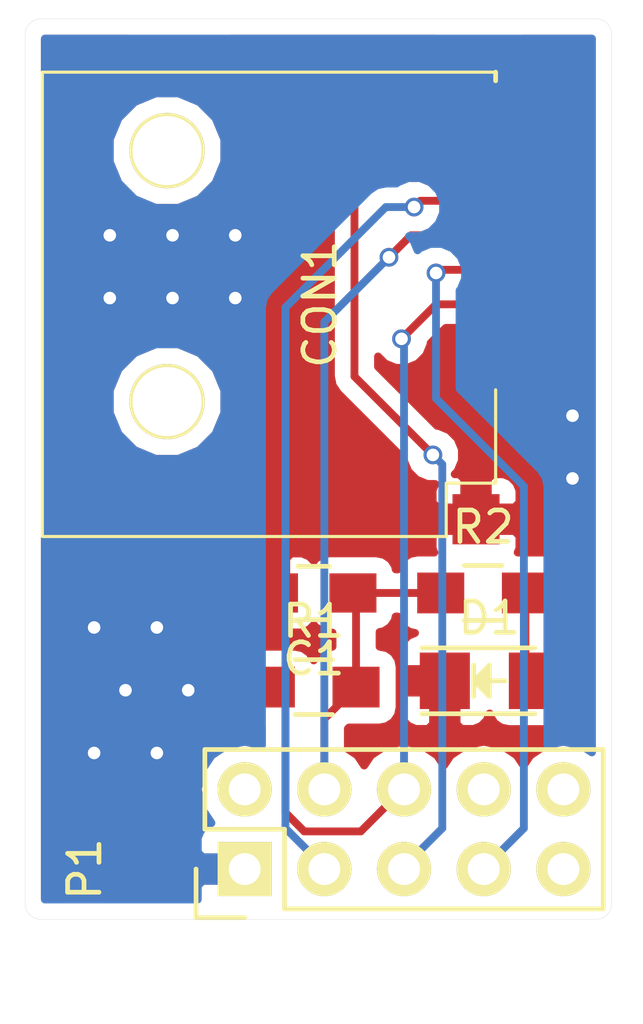
<source format=kicad_pcb>
(kicad_pcb (version 4) (host pcbnew 4.0.1-stable)

  (general
    (links 31)
    (no_connects 0)
    (area 134.794999 81.094999 153.505001 109.805001)
    (thickness 1.6)
    (drawings 8)
    (tracks 51)
    (zones 0)
    (modules 20)
    (nets 8)
  )

  (page A4)
  (layers
    (0 F.Cu signal)
    (31 B.Cu signal)
    (32 B.Adhes user)
    (33 F.Adhes user)
    (34 B.Paste user)
    (35 F.Paste user)
    (36 B.SilkS user)
    (37 F.SilkS user)
    (38 B.Mask user)
    (39 F.Mask user)
    (40 Dwgs.User user)
    (41 Cmts.User user)
    (42 Eco1.User user)
    (43 Eco2.User user)
    (44 Edge.Cuts user)
    (45 Margin user)
    (46 B.CrtYd user)
    (47 F.CrtYd user)
    (48 B.Fab user)
    (49 F.Fab user)
  )

  (setup
    (last_trace_width 0.25)
    (trace_clearance 0.2)
    (zone_clearance 0.5)
    (zone_45_only no)
    (trace_min 0.2)
    (segment_width 0.2)
    (edge_width 0.01)
    (via_size 0.6)
    (via_drill 0.4)
    (via_min_size 0.4)
    (via_min_drill 0.3)
    (uvia_size 0.3)
    (uvia_drill 0.1)
    (uvias_allowed no)
    (uvia_min_size 0.2)
    (uvia_min_drill 0.1)
    (pcb_text_width 0.3)
    (pcb_text_size 1.5 1.5)
    (mod_edge_width 0.15)
    (mod_text_size 1 1)
    (mod_text_width 0.15)
    (pad_size 0.6 0.6)
    (pad_drill 0.4)
    (pad_to_mask_clearance 0.2)
    (aux_axis_origin 0 0)
    (visible_elements 7FFFFFFF)
    (pcbplotparams
      (layerselection 0x00030_80000001)
      (usegerberextensions false)
      (excludeedgelayer true)
      (linewidth 0.100000)
      (plotframeref false)
      (viasonmask false)
      (mode 1)
      (useauxorigin false)
      (hpglpennumber 1)
      (hpglpenspeed 20)
      (hpglpendiameter 15)
      (hpglpenoverlay 2)
      (psnegative false)
      (psa4output false)
      (plotreference true)
      (plotvalue true)
      (plotinvisibletext false)
      (padsonsilk false)
      (subtractmaskfromsilk false)
      (outputformat 1)
      (mirror false)
      (drillshape 1)
      (scaleselection 1)
      (outputdirectory ""))
  )

  (net 0 "")
  (net 1 +3V3)
  (net 2 GND)
  (net 3 /SPI-CS)
  (net 4 /SPI-MOSI)
  (net 5 /SPI-SCK)
  (net 6 /SPI-MISO)
  (net 7 "Net-(D1-Pad2)")

  (net_class Default "This is the default net class."
    (clearance 0.2)
    (trace_width 0.25)
    (via_dia 0.6)
    (via_drill 0.4)
    (uvia_dia 0.3)
    (uvia_drill 0.1)
    (add_net +3V3)
    (add_net /SPI-CS)
    (add_net /SPI-MISO)
    (add_net /SPI-MOSI)
    (add_net /SPI-SCK)
    (add_net GND)
    (add_net "Net-(D1-Pad2)")
  )

  (module ReST-Library:VIA-0.6mm (layer F.Cu) (tedit 56DB6204) (tstamp 56DB65FA)
    (at 152.25 95.75)
    (fp_text reference 113 (at 0 3.5) (layer F.SilkS) hide
      (effects (font (size 1 1) (thickness 0.15)))
    )
    (fp_text value VIA-0.6mm (at 0 -3) (layer F.Fab) hide
      (effects (font (size 1 1) (thickness 0.15)))
    )
    (pad 1 thru_hole circle (at 0 0) (size 0.6 0.6) (drill 0.4) (layers *.Cu)
      (net 2 GND) (zone_connect 2))
  )

  (module ReST-Library:VIA-0.6mm (layer F.Cu) (tedit 56DB6204) (tstamp 56DB65ED)
    (at 152.25 93.75)
    (fp_text reference 111 (at 0 3.5) (layer F.SilkS) hide
      (effects (font (size 1 1) (thickness 0.15)))
    )
    (fp_text value VIA-0.6mm (at 0 -3) (layer F.Fab) hide
      (effects (font (size 1 1) (thickness 0.15)))
    )
    (pad 1 thru_hole circle (at 0 0) (size 0.6 0.6) (drill 0.4) (layers *.Cu)
      (net 2 GND) (zone_connect 2))
  )

  (module ReST-Library:VIA-0.6mm (layer F.Cu) (tedit 56DB6204) (tstamp 56DB65D4)
    (at 141.5 90)
    (fp_text reference 1132 (at 0 3.5) (layer F.SilkS) hide
      (effects (font (size 1 1) (thickness 0.15)))
    )
    (fp_text value VIA-0.6mm (at 0 -3) (layer F.Fab) hide
      (effects (font (size 1 1) (thickness 0.15)))
    )
    (pad 1 thru_hole circle (at 0 0) (size 0.6 0.6) (drill 0.4) (layers *.Cu)
      (net 2 GND) (zone_connect 2))
  )

  (module ReST-Library:VIA-0.6mm (layer F.Cu) (tedit 56DB6204) (tstamp 56DB65D0)
    (at 139.5 90)
    (fp_text reference 1122 (at 0 3.5) (layer F.SilkS) hide
      (effects (font (size 1 1) (thickness 0.15)))
    )
    (fp_text value VIA-0.6mm (at 0 -3) (layer F.Fab) hide
      (effects (font (size 1 1) (thickness 0.15)))
    )
    (pad 1 thru_hole circle (at 0 0) (size 0.6 0.6) (drill 0.4) (layers *.Cu)
      (net 2 GND) (zone_connect 2))
  )

  (module ReST-Library:VIA-0.6mm (layer F.Cu) (tedit 56DB6204) (tstamp 56DB65CC)
    (at 137.5 90)
    (fp_text reference 1112 (at 0 3.5) (layer F.SilkS) hide
      (effects (font (size 1 1) (thickness 0.15)))
    )
    (fp_text value VIA-0.6mm (at 0 -3) (layer F.Fab) hide
      (effects (font (size 1 1) (thickness 0.15)))
    )
    (pad 1 thru_hole circle (at 0 0) (size 0.6 0.6) (drill 0.4) (layers *.Cu)
      (net 2 GND) (zone_connect 2))
  )

  (module ReST-Library:VIA-0.6mm (layer F.Cu) (tedit 56DB6204) (tstamp 56DB65C8)
    (at 141.5 88)
    (fp_text reference 1131 (at 0 3.5) (layer F.SilkS) hide
      (effects (font (size 1 1) (thickness 0.15)))
    )
    (fp_text value VIA-0.6mm (at 0 -3) (layer F.Fab) hide
      (effects (font (size 1 1) (thickness 0.15)))
    )
    (pad 1 thru_hole circle (at 0 0) (size 0.6 0.6) (drill 0.4) (layers *.Cu)
      (net 2 GND) (zone_connect 2))
  )

  (module ReST-Library:VIA-0.6mm (layer F.Cu) (tedit 56DB6204) (tstamp 56DB65C4)
    (at 139.5 88)
    (fp_text reference 1121 (at 0 3.5) (layer F.SilkS) hide
      (effects (font (size 1 1) (thickness 0.15)))
    )
    (fp_text value VIA-0.6mm (at 0 -3) (layer F.Fab) hide
      (effects (font (size 1 1) (thickness 0.15)))
    )
    (pad 1 thru_hole circle (at 0 0) (size 0.6 0.6) (drill 0.4) (layers *.Cu)
      (net 2 GND) (zone_connect 2))
  )

  (module ReST-Library:VIA-0.6mm (layer F.Cu) (tedit 56DB6204) (tstamp 56DB65AB)
    (at 137.5 88)
    (fp_text reference 1111 (at 0 3.5) (layer F.SilkS) hide
      (effects (font (size 1 1) (thickness 0.15)))
    )
    (fp_text value VIA-0.6mm (at 0 -3) (layer F.Fab) hide
      (effects (font (size 1 1) (thickness 0.15)))
    )
    (pad 1 thru_hole circle (at 0 0) (size 0.6 0.6) (drill 0.4) (layers *.Cu)
      (net 2 GND) (zone_connect 2))
  )

  (module ReST-Library:VIA-0.6mm (layer F.Cu) (tedit 56DB6204) (tstamp 56DB65A3)
    (at 139 104.5)
    (fp_text reference 35 (at 0 3.5) (layer F.SilkS) hide
      (effects (font (size 1 1) (thickness 0.15)))
    )
    (fp_text value VIA-0.6mm (at 0 -3) (layer F.Fab) hide
      (effects (font (size 1 1) (thickness 0.15)))
    )
    (pad 1 thru_hole circle (at 0 0) (size 0.6 0.6) (drill 0.4) (layers *.Cu)
      (net 2 GND) (zone_connect 2))
  )

  (module ReST-Library:VIA-0.6mm (layer F.Cu) (tedit 56DB6204) (tstamp 56DB659B)
    (at 137 104.5)
    (fp_text reference 15 (at 0 3.5) (layer F.SilkS) hide
      (effects (font (size 1 1) (thickness 0.15)))
    )
    (fp_text value VIA-0.6mm (at 0 -3) (layer F.Fab) hide
      (effects (font (size 1 1) (thickness 0.15)))
    )
    (pad 1 thru_hole circle (at 0 0) (size 0.6 0.6) (drill 0.4) (layers *.Cu)
      (net 2 GND) (zone_connect 2))
  )

  (module ReST-Library:VIA-0.6mm (layer F.Cu) (tedit 56DB6204) (tstamp 56DB6587)
    (at 140 102.5)
    (fp_text reference 43 (at 0 3.5) (layer F.SilkS) hide
      (effects (font (size 1 1) (thickness 0.15)))
    )
    (fp_text value VIA-0.6mm (at 0 -3) (layer F.Fab) hide
      (effects (font (size 1 1) (thickness 0.15)))
    )
    (pad 1 thru_hole circle (at 0 0) (size 0.6 0.6) (drill 0.4) (layers *.Cu)
      (net 2 GND) (zone_connect 2))
  )

  (module ReST-Library:VIA-0.6mm (layer F.Cu) (tedit 56DB6204) (tstamp 56DB657F)
    (at 138 102.5)
    (fp_text reference 23 (at 0 3.5) (layer F.SilkS) hide
      (effects (font (size 1 1) (thickness 0.15)))
    )
    (fp_text value VIA-0.6mm (at 0 -3) (layer F.Fab) hide
      (effects (font (size 1 1) (thickness 0.15)))
    )
    (pad 1 thru_hole circle (at 0 0) (size 0.6 0.6) (drill 0.4) (layers *.Cu)
      (net 2 GND) (zone_connect 2))
  )

  (module ReST-Library:VIA-0.6mm (layer F.Cu) (tedit 56DB6204) (tstamp 56DB6563)
    (at 139 100.5)
    (fp_text reference 31 (at 0 3.5) (layer F.SilkS) hide
      (effects (font (size 1 1) (thickness 0.15)))
    )
    (fp_text value VIA-0.6mm (at 0 -3) (layer F.Fab) hide
      (effects (font (size 1 1) (thickness 0.15)))
    )
    (pad 1 thru_hole circle (at 0 0) (size 0.6 0.6) (drill 0.4) (layers *.Cu)
      (net 2 GND) (zone_connect 2))
  )

  (module Capacitors_SMD:C_0805_HandSoldering (layer F.Cu) (tedit 541A9B8D) (tstamp 56D60DF0)
    (at 144 99.4 180)
    (descr "Capacitor SMD 0805, hand soldering")
    (tags "capacitor 0805")
    (path /56D3638B)
    (attr smd)
    (fp_text reference C1 (at 0 -2.1 180) (layer F.SilkS)
      (effects (font (size 1 1) (thickness 0.15)))
    )
    (fp_text value 100nF (at 0 2.1 180) (layer F.Fab)
      (effects (font (size 1 1) (thickness 0.15)))
    )
    (fp_line (start -2.3 -1) (end 2.3 -1) (layer F.CrtYd) (width 0.05))
    (fp_line (start -2.3 1) (end 2.3 1) (layer F.CrtYd) (width 0.05))
    (fp_line (start -2.3 -1) (end -2.3 1) (layer F.CrtYd) (width 0.05))
    (fp_line (start 2.3 -1) (end 2.3 1) (layer F.CrtYd) (width 0.05))
    (fp_line (start 0.5 -0.85) (end -0.5 -0.85) (layer F.SilkS) (width 0.15))
    (fp_line (start -0.5 0.85) (end 0.5 0.85) (layer F.SilkS) (width 0.15))
    (pad 1 smd rect (at -1.25 0 180) (size 1.5 1.25) (layers F.Cu F.Paste F.Mask)
      (net 1 +3V3))
    (pad 2 smd rect (at 1.25 0 180) (size 1.5 1.25) (layers F.Cu F.Paste F.Mask)
      (net 2 GND))
    (model Capacitors_SMD.3dshapes/C_0805_HandSoldering.wrl
      (at (xyz 0 0 0))
      (scale (xyz 1 1 1))
      (rotate (xyz 0 0 0))
    )
  )

  (module ReST-Library:uSD (layer F.Cu) (tedit 56D6026C) (tstamp 56D60E0A)
    (at 149.8 90.2 90)
    (path /56D60C27)
    (fp_text reference CON1 (at 0 -5.6 90) (layer F.SilkS)
      (effects (font (size 1 1) (thickness 0.15)))
    )
    (fp_text value uSD_Card (at 0 -7.225 90) (layer F.Fab)
      (effects (font (size 1 1) (thickness 0.15)))
    )
    (fp_line (start 7.4 0) (end 7.4 -14.45) (layer F.SilkS) (width 0.1))
    (fp_line (start -5.7 0) (end -5.7 -1.575) (layer F.SilkS) (width 0.1))
    (fp_line (start -5.7 -1.575) (end -7.4 -1.575) (layer F.SilkS) (width 0.1))
    (fp_line (start -7.4 -14.425) (end -7.4 -1.575) (layer F.SilkS) (width 0.1))
    (fp_line (start -5.7 0) (end -2.725 0) (layer F.SilkS) (width 0.1))
    (fp_line (start 7.4 -14.45) (end -7.4 -14.45) (layer F.SilkS) (width 0.1))
    (fp_line (start 7.4 0) (end 7.125 0) (layer F.SilkS) (width 0.15))
    (pad 10 smd rect (at -8 -10.075 90) (size 1 2) (layers F.Cu F.Paste F.Mask)
      (net 2 GND))
    (pad 1 smd rect (at -1.1 0.3 90) (size 0.7 1.35) (layers F.Cu F.Paste F.Mask))
    (pad 2 smd rect (at 0 0.3 90) (size 0.7 1.35) (layers F.Cu F.Paste F.Mask)
      (net 3 /SPI-CS))
    (pad 3 smd rect (at 1.1 0.3 90) (size 0.7 1.35) (layers F.Cu F.Paste F.Mask)
      (net 4 /SPI-MOSI))
    (pad 4 smd rect (at 2.2 0.3 90) (size 0.7 1.35) (layers F.Cu F.Paste F.Mask)
      (net 1 +3V3))
    (pad 5 smd rect (at 3.3 0.3 90) (size 0.7 1.35) (layers F.Cu F.Paste F.Mask)
      (net 5 /SPI-SCK))
    (pad 6 smd rect (at 4.4 0.3 90) (size 0.7 1.35) (layers F.Cu F.Paste F.Mask)
      (net 2 GND))
    (pad 7 smd rect (at 5.5 0.3 90) (size 0.7 1.35) (layers F.Cu F.Paste F.Mask)
      (net 6 /SPI-MISO))
    (pad 8 smd rect (at 6.6 0.3 90) (size 0.7 1.35) (layers F.Cu F.Paste F.Mask))
    (pad 9 smd rect (at -2.2 0.3 90) (size 0.7 1.35) (layers F.Cu F.Paste F.Mask))
    (pad 13 smd rect (at 8.025 -0.525 90) (size 1 1.5) (layers F.Cu F.Paste F.Mask)
      (net 2 GND))
    (pad 11 smd rect (at 8 -10.075 90) (size 1 2) (layers F.Cu F.Paste F.Mask)
      (net 2 GND))
    (pad 12 smd rect (at -6.85 -0.625 90) (size 1.6 1.5) (layers F.Cu F.Paste F.Mask)
      (net 2 GND))
    (pad HOLE thru_hole circle (at 4.9 -10.475 90) (size 2.4 2.4) (drill 2.2) (layers *.Cu *.Mask F.SilkS))
    (pad HOLE thru_hole circle (at -3.1 -10.475 90) (size 2.4 2.4) (drill 2.2) (layers *.Cu *.Mask F.SilkS))
  )

  (module LEDs:LED_1206 (layer F.Cu) (tedit 55BDE2E8) (tstamp 56D60E20)
    (at 149.6 102.2)
    (descr "LED 1206 smd package")
    (tags "LED1206 SMD")
    (path /56D5E515)
    (attr smd)
    (fp_text reference D1 (at 0 -2) (layer F.SilkS)
      (effects (font (size 1 1) (thickness 0.15)))
    )
    (fp_text value Led_Small (at 0 2) (layer F.Fab)
      (effects (font (size 1 1) (thickness 0.15)))
    )
    (fp_line (start -2.15 1.05) (end 1.45 1.05) (layer F.SilkS) (width 0.15))
    (fp_line (start -2.15 -1.05) (end 1.45 -1.05) (layer F.SilkS) (width 0.15))
    (fp_line (start -0.1 -0.3) (end -0.1 0.3) (layer F.SilkS) (width 0.15))
    (fp_line (start -0.1 0.3) (end -0.4 0) (layer F.SilkS) (width 0.15))
    (fp_line (start -0.4 0) (end -0.2 -0.2) (layer F.SilkS) (width 0.15))
    (fp_line (start -0.2 -0.2) (end -0.2 0.05) (layer F.SilkS) (width 0.15))
    (fp_line (start -0.2 0.05) (end -0.25 0) (layer F.SilkS) (width 0.15))
    (fp_line (start -0.5 -0.5) (end -0.5 0.5) (layer F.SilkS) (width 0.15))
    (fp_line (start 0 0) (end 0.5 0) (layer F.SilkS) (width 0.15))
    (fp_line (start -0.5 0) (end 0 -0.5) (layer F.SilkS) (width 0.15))
    (fp_line (start 0 -0.5) (end 0 0.5) (layer F.SilkS) (width 0.15))
    (fp_line (start 0 0.5) (end -0.5 0) (layer F.SilkS) (width 0.15))
    (fp_line (start 2.5 -1.25) (end -2.5 -1.25) (layer F.CrtYd) (width 0.05))
    (fp_line (start -2.5 -1.25) (end -2.5 1.25) (layer F.CrtYd) (width 0.05))
    (fp_line (start -2.5 1.25) (end 2.5 1.25) (layer F.CrtYd) (width 0.05))
    (fp_line (start 2.5 1.25) (end 2.5 -1.25) (layer F.CrtYd) (width 0.05))
    (pad 2 smd rect (at 1.41986 0 180) (size 1.59766 1.80086) (layers F.Cu F.Paste F.Mask)
      (net 7 "Net-(D1-Pad2)"))
    (pad 1 smd rect (at -1.41986 0 180) (size 1.59766 1.80086) (layers F.Cu F.Paste F.Mask)
      (net 2 GND))
    (model LEDs.3dshapes/LED_1206.wrl
      (at (xyz 0 0 0))
      (scale (xyz 1 1 1))
      (rotate (xyz 0 0 180))
    )
  )

  (module Pin_Headers:Pin_Header_Straight_2x05 (layer F.Cu) (tedit 0) (tstamp 56D60E3A)
    (at 141.8 108.2 90)
    (descr "Through hole pin header")
    (tags "pin header")
    (path /56D35E94)
    (fp_text reference P1 (at 0 -5.1 90) (layer F.SilkS)
      (effects (font (size 1 1) (thickness 0.15)))
    )
    (fp_text value CONN_02X05 (at 0 -3.1 90) (layer F.Fab)
      (effects (font (size 1 1) (thickness 0.15)))
    )
    (fp_line (start -1.75 -1.75) (end -1.75 11.95) (layer F.CrtYd) (width 0.05))
    (fp_line (start 4.3 -1.75) (end 4.3 11.95) (layer F.CrtYd) (width 0.05))
    (fp_line (start -1.75 -1.75) (end 4.3 -1.75) (layer F.CrtYd) (width 0.05))
    (fp_line (start -1.75 11.95) (end 4.3 11.95) (layer F.CrtYd) (width 0.05))
    (fp_line (start 3.81 -1.27) (end 3.81 11.43) (layer F.SilkS) (width 0.15))
    (fp_line (start 3.81 11.43) (end -1.27 11.43) (layer F.SilkS) (width 0.15))
    (fp_line (start -1.27 11.43) (end -1.27 1.27) (layer F.SilkS) (width 0.15))
    (fp_line (start 3.81 -1.27) (end 1.27 -1.27) (layer F.SilkS) (width 0.15))
    (fp_line (start 0 -1.55) (end -1.55 -1.55) (layer F.SilkS) (width 0.15))
    (fp_line (start 1.27 -1.27) (end 1.27 1.27) (layer F.SilkS) (width 0.15))
    (fp_line (start 1.27 1.27) (end -1.27 1.27) (layer F.SilkS) (width 0.15))
    (fp_line (start -1.55 -1.55) (end -1.55 0) (layer F.SilkS) (width 0.15))
    (pad 1 thru_hole rect (at 0 0 90) (size 1.7272 1.7272) (drill 1.016) (layers *.Cu *.Mask F.SilkS)
      (net 2 GND))
    (pad 2 thru_hole oval (at 2.54 0 90) (size 1.7272 1.7272) (drill 1.016) (layers *.Cu *.Mask F.SilkS))
    (pad 3 thru_hole oval (at 0 2.54 90) (size 1.7272 1.7272) (drill 1.016) (layers *.Cu *.Mask F.SilkS)
      (net 5 /SPI-SCK))
    (pad 4 thru_hole oval (at 2.54 2.54 90) (size 1.7272 1.7272) (drill 1.016) (layers *.Cu *.Mask F.SilkS)
      (net 1 +3V3))
    (pad 5 thru_hole oval (at 0 5.08 90) (size 1.7272 1.7272) (drill 1.016) (layers *.Cu *.Mask F.SilkS)
      (net 6 /SPI-MISO))
    (pad 6 thru_hole oval (at 2.54 5.08 90) (size 1.7272 1.7272) (drill 1.016) (layers *.Cu *.Mask F.SilkS)
      (net 3 /SPI-CS))
    (pad 7 thru_hole oval (at 0 7.62 90) (size 1.7272 1.7272) (drill 1.016) (layers *.Cu *.Mask F.SilkS)
      (net 4 /SPI-MOSI))
    (pad 8 thru_hole oval (at 2.54 7.62 90) (size 1.7272 1.7272) (drill 1.016) (layers *.Cu *.Mask F.SilkS))
    (pad 9 thru_hole oval (at 0 10.16 90) (size 1.7272 1.7272) (drill 1.016) (layers *.Cu *.Mask F.SilkS))
    (pad 10 thru_hole oval (at 2.54 10.16 90) (size 1.7272 1.7272) (drill 1.016) (layers *.Cu *.Mask F.SilkS))
    (model Pin_Headers.3dshapes/Pin_Header_Straight_2x05.wrl
      (at (xyz 0.05 -0.2 0))
      (scale (xyz 1 1 1))
      (rotate (xyz 0 0 90))
    )
  )

  (module Resistors_SMD:R_0805_HandSoldering (layer F.Cu) (tedit 54189DEE) (tstamp 56D60E46)
    (at 144 102.4)
    (descr "Resistor SMD 0805, hand soldering")
    (tags "resistor 0805")
    (path /56D369D2)
    (attr smd)
    (fp_text reference R1 (at 0 -2.1) (layer F.SilkS)
      (effects (font (size 1 1) (thickness 0.15)))
    )
    (fp_text value 10K (at 0 2.1) (layer F.Fab)
      (effects (font (size 1 1) (thickness 0.15)))
    )
    (fp_line (start -2.4 -1) (end 2.4 -1) (layer F.CrtYd) (width 0.05))
    (fp_line (start -2.4 1) (end 2.4 1) (layer F.CrtYd) (width 0.05))
    (fp_line (start -2.4 -1) (end -2.4 1) (layer F.CrtYd) (width 0.05))
    (fp_line (start 2.4 -1) (end 2.4 1) (layer F.CrtYd) (width 0.05))
    (fp_line (start 0.6 0.875) (end -0.6 0.875) (layer F.SilkS) (width 0.15))
    (fp_line (start -0.6 -0.875) (end 0.6 -0.875) (layer F.SilkS) (width 0.15))
    (pad 1 smd rect (at -1.35 0) (size 1.5 1.3) (layers F.Cu F.Paste F.Mask)
      (net 3 /SPI-CS))
    (pad 2 smd rect (at 1.35 0) (size 1.5 1.3) (layers F.Cu F.Paste F.Mask)
      (net 1 +3V3))
    (model Resistors_SMD.3dshapes/R_0805_HandSoldering.wrl
      (at (xyz 0 0 0))
      (scale (xyz 1 1 1))
      (rotate (xyz 0 0 0))
    )
  )

  (module Resistors_SMD:R_0805_HandSoldering (layer F.Cu) (tedit 54189DEE) (tstamp 56D60E52)
    (at 149.4 99.4)
    (descr "Resistor SMD 0805, hand soldering")
    (tags "resistor 0805")
    (path /56D5E568)
    (attr smd)
    (fp_text reference R2 (at 0 -2.1) (layer F.SilkS)
      (effects (font (size 1 1) (thickness 0.15)))
    )
    (fp_text value 150R (at 0 2.1) (layer F.Fab)
      (effects (font (size 1 1) (thickness 0.15)))
    )
    (fp_line (start -2.4 -1) (end 2.4 -1) (layer F.CrtYd) (width 0.05))
    (fp_line (start -2.4 1) (end 2.4 1) (layer F.CrtYd) (width 0.05))
    (fp_line (start -2.4 -1) (end -2.4 1) (layer F.CrtYd) (width 0.05))
    (fp_line (start 2.4 -1) (end 2.4 1) (layer F.CrtYd) (width 0.05))
    (fp_line (start 0.6 0.875) (end -0.6 0.875) (layer F.SilkS) (width 0.15))
    (fp_line (start -0.6 -0.875) (end 0.6 -0.875) (layer F.SilkS) (width 0.15))
    (pad 1 smd rect (at -1.35 0) (size 1.5 1.3) (layers F.Cu F.Paste F.Mask)
      (net 1 +3V3))
    (pad 2 smd rect (at 1.35 0) (size 1.5 1.3) (layers F.Cu F.Paste F.Mask)
      (net 7 "Net-(D1-Pad2)"))
    (model Resistors_SMD.3dshapes/R_0805_HandSoldering.wrl
      (at (xyz 0 0 0))
      (scale (xyz 1 1 1))
      (rotate (xyz 0 0 0))
    )
  )

  (module ReST-Library:VIA-0.6mm (layer F.Cu) (tedit 56DB6204) (tstamp 56DB653B)
    (at 137 100.5)
    (fp_text reference 11 (at 0 3.5) (layer F.SilkS) hide
      (effects (font (size 1 1) (thickness 0.15)))
    )
    (fp_text value VIA-0.6mm (at 0 -3) (layer F.Fab) hide
      (effects (font (size 1 1) (thickness 0.15)))
    )
    (pad 1 thru_hole circle (at 0 0) (size 0.6 0.6) (drill 0.4) (layers *.Cu)
      (net 2 GND) (zone_connect 2))
  )

  (gr_arc (start 135.3 109.3) (end 135.3 109.8) (angle 90) (layer Edge.Cuts) (width 0.01))
  (gr_arc (start 153 109.3) (end 153.5 109.3) (angle 90) (layer Edge.Cuts) (width 0.01))
  (gr_arc (start 153 81.6) (end 153 81.1) (angle 90) (layer Edge.Cuts) (width 0.01))
  (gr_arc (start 135.3 81.6) (end 134.8 81.6) (angle 90) (layer Edge.Cuts) (width 0.01))
  (gr_line (start 134.8 109.3) (end 134.8 81.6) (angle 90) (layer Edge.Cuts) (width 0.01))
  (gr_line (start 153 109.8) (end 135.3 109.8) (angle 90) (layer Edge.Cuts) (width 0.01))
  (gr_line (start 153.5 81.6) (end 153.5 109.3) (angle 90) (layer Edge.Cuts) (width 0.01))
  (gr_line (start 135.3 81.1) (end 153 81.1) (angle 90) (layer Edge.Cuts) (width 0.01))

  (segment (start 144.34 105.66) (end 144.34 90.76) (width 0.25) (layer B.Cu) (net 1))
  (segment (start 147.1 88) (end 150.1 88) (width 0.25) (layer F.Cu) (net 1) (tstamp 56D612DD))
  (segment (start 146.4 88.7) (end 147.1 88) (width 0.25) (layer F.Cu) (net 1) (tstamp 56D612DC))
  (via (at 146.4 88.7) (size 0.6) (drill 0.4) (layers F.Cu B.Cu) (net 1))
  (segment (start 144.34 90.76) (end 146.4 88.7) (width 0.25) (layer B.Cu) (net 1) (tstamp 56D612D9))
  (segment (start 145.25 99.4) (end 148.05 99.4) (width 0.25) (layer F.Cu) (net 1))
  (segment (start 145.35 102.4) (end 145.35 99.5) (width 0.25) (layer F.Cu) (net 1))
  (segment (start 145.35 99.5) (end 145.25 99.4) (width 0.25) (layer F.Cu) (net 1) (tstamp 56D61292))
  (segment (start 144.34 105.66) (end 144.34 103.41) (width 0.25) (layer F.Cu) (net 1))
  (segment (start 144.34 103.41) (end 145.35 102.4) (width 0.25) (layer F.Cu) (net 1) (tstamp 56D6128E))
  (segment (start 146.88 105.66) (end 146.88 91.38) (width 0.25) (layer B.Cu) (net 3))
  (segment (start 147.9 90.2) (end 150.1 90.2) (width 0.25) (layer F.Cu) (net 3) (tstamp 56D612BC))
  (segment (start 146.8 91.3) (end 147.9 90.2) (width 0.25) (layer F.Cu) (net 3) (tstamp 56D612BB))
  (via (at 146.8 91.3) (size 0.6) (drill 0.4) (layers F.Cu B.Cu) (net 3))
  (segment (start 146.88 91.38) (end 146.8 91.3) (width 0.25) (layer B.Cu) (net 3) (tstamp 56D612B9))
  (segment (start 146.88 105.66) (end 146.84 105.66) (width 0.25) (layer F.Cu) (net 3))
  (segment (start 146.84 105.66) (end 145.5 107) (width 0.25) (layer F.Cu) (net 3) (tstamp 56D612A4))
  (segment (start 145.5 107) (end 143.7 107) (width 0.25) (layer F.Cu) (net 3) (tstamp 56D612A5))
  (segment (start 143.7 107) (end 143.1 106.4) (width 0.25) (layer F.Cu) (net 3) (tstamp 56D612A7))
  (segment (start 143.1 106.4) (end 143.1 102.85) (width 0.25) (layer F.Cu) (net 3) (tstamp 56D612A8))
  (segment (start 143.1 102.85) (end 142.65 102.4) (width 0.25) (layer F.Cu) (net 3) (tstamp 56D612A9))
  (segment (start 149.42 108.2) (end 149.42 108.18) (width 0.25) (layer B.Cu) (net 4))
  (segment (start 149.42 108.18) (end 150.7 106.9) (width 0.25) (layer B.Cu) (net 4) (tstamp 56D61298))
  (segment (start 150.7 106.9) (end 150.7 96) (width 0.25) (layer B.Cu) (net 4) (tstamp 56D61299))
  (segment (start 150.7 96) (end 147.9 93.2) (width 0.25) (layer B.Cu) (net 4) (tstamp 56D6129B))
  (segment (start 147.9 93.2) (end 147.9 89.2) (width 0.25) (layer B.Cu) (net 4) (tstamp 56D6129D))
  (via (at 147.9 89.2) (size 0.6) (drill 0.4) (layers F.Cu B.Cu) (net 4))
  (segment (start 147.9 89.2) (end 148 89.1) (width 0.25) (layer F.Cu) (net 4) (tstamp 56D612A0))
  (segment (start 148 89.1) (end 150.1 89.1) (width 0.25) (layer F.Cu) (net 4) (tstamp 56D612A1))
  (segment (start 144.34 108.2) (end 144.34 108.14) (width 0.25) (layer B.Cu) (net 5))
  (segment (start 144.34 108.14) (end 143.1 106.9) (width 0.25) (layer B.Cu) (net 5) (tstamp 56D612E5))
  (segment (start 147.4 86.9) (end 150.1 86.9) (width 0.25) (layer F.Cu) (net 5) (tstamp 56D612B6))
  (segment (start 147.2 87.1) (end 147.4 86.9) (width 0.25) (layer F.Cu) (net 5) (tstamp 56D612B5))
  (via (at 147.2 87.1) (size 0.6) (drill 0.4) (layers F.Cu B.Cu) (net 5))
  (segment (start 146.3 87.1) (end 147.2 87.1) (width 0.25) (layer B.Cu) (net 5) (tstamp 56D612EA))
  (segment (start 143.1 90.3) (end 146.3 87.1) (width 0.25) (layer B.Cu) (net 5) (tstamp 56D612E8))
  (segment (start 143.1 106.9) (end 143.1 90.3) (width 0.25) (layer B.Cu) (net 5) (tstamp 56D612E6))
  (segment (start 144.34 108.2) (end 144.34 107.96) (width 0.25) (layer B.Cu) (net 5))
  (segment (start 146.88 108.2) (end 146.88 108.12) (width 0.25) (layer B.Cu) (net 6))
  (segment (start 146.88 108.12) (end 148.1 106.9) (width 0.25) (layer B.Cu) (net 6) (tstamp 56D612C0))
  (segment (start 148.1 106.9) (end 148.1 95.3) (width 0.25) (layer B.Cu) (net 6) (tstamp 56D612C1))
  (segment (start 148.1 95.3) (end 147.8 95) (width 0.25) (layer B.Cu) (net 6) (tstamp 56D612C3))
  (via (at 147.8 95) (size 0.6) (drill 0.4) (layers F.Cu B.Cu) (net 6))
  (segment (start 147.8 95) (end 146.6 93.8) (width 0.25) (layer F.Cu) (net 6) (tstamp 56D612C5))
  (segment (start 146.6 93.8) (end 146.3 93.5) (width 0.25) (layer F.Cu) (net 6) (tstamp 56D612C6))
  (segment (start 146.3 93.5) (end 145.3 92.5) (width 0.25) (layer F.Cu) (net 6) (tstamp 56D612C8))
  (segment (start 145.3 92.5) (end 145.3 86.9) (width 0.25) (layer F.Cu) (net 6) (tstamp 56D612C9))
  (segment (start 145.3 86.9) (end 147.5 84.7) (width 0.25) (layer F.Cu) (net 6) (tstamp 56D612CA))
  (segment (start 147.5 84.7) (end 150.1 84.7) (width 0.25) (layer F.Cu) (net 6) (tstamp 56D612CC))
  (segment (start 150.75 99.4) (end 150.75 101.93014) (width 0.25) (layer F.Cu) (net 7))
  (segment (start 150.75 101.93014) (end 151.01986 102.2) (width 0.25) (layer F.Cu) (net 7) (tstamp 56D612AC))

  (zone (net 2) (net_name GND) (layer F.Cu) (tstamp 56DA236E) (hatch edge 0.508)
    (connect_pads (clearance 0.5))
    (min_thickness 0.254)
    (fill yes (arc_segments 16) (thermal_gap 0.508) (thermal_bridge_width 1))
    (polygon
      (pts
        (xy 154.5 111) (xy 134 111) (xy 134 80.5) (xy 154.5 80.5)
      )
    )
    (filled_polygon
      (pts
        (xy 138.09 81.79125) (xy 138.24875 81.95) (xy 139.352 81.95) (xy 139.352 81.807) (xy 140.098 81.807)
        (xy 140.098 81.95) (xy 141.20125 81.95) (xy 141.36 81.79125) (xy 141.36 81.732) (xy 147.89 81.732)
        (xy 147.89 81.76625) (xy 148.04875 81.925) (xy 148.902 81.925) (xy 148.902 81.782) (xy 149.648 81.782)
        (xy 149.648 81.925) (xy 150.50125 81.925) (xy 150.66 81.76625) (xy 150.66 81.732) (xy 152.868 81.732)
        (xy 152.868 104.479221) (xy 152.530428 104.253662) (xy 151.96 104.140197) (xy 151.389572 104.253662) (xy 150.905987 104.576784)
        (xy 150.69 104.900031) (xy 150.474013 104.576784) (xy 149.990428 104.253662) (xy 149.42 104.140197) (xy 148.849572 104.253662)
        (xy 148.365987 104.576784) (xy 148.15 104.900031) (xy 147.934013 104.576784) (xy 147.450428 104.253662) (xy 146.88 104.140197)
        (xy 146.309572 104.253662) (xy 145.825987 104.576784) (xy 145.61 104.900031) (xy 145.394013 104.576784) (xy 145.092 104.374985)
        (xy 145.092 103.721488) (xy 145.124205 103.689283) (xy 146.1 103.689283) (xy 146.332352 103.645563) (xy 146.545753 103.508243)
        (xy 146.688917 103.298717) (xy 146.739283 103.05) (xy 146.739283 102.73175) (xy 146.74631 102.73175) (xy 146.74631 103.22674)
        (xy 146.842983 103.460129) (xy 147.021612 103.638757) (xy 147.255001 103.73543) (xy 147.64839 103.73543) (xy 147.80714 103.57668)
        (xy 147.80714 102.573) (xy 146.90506 102.573) (xy 146.74631 102.73175) (xy 146.739283 102.73175) (xy 146.739283 101.75)
        (xy 146.695563 101.517648) (xy 146.558243 101.304247) (xy 146.348717 101.161083) (xy 146.102 101.111122) (xy 146.102 100.64509)
        (xy 146.232352 100.620563) (xy 146.445753 100.483243) (xy 146.588917 100.273717) (xy 146.613565 100.152) (xy 146.67991 100.152)
        (xy 146.704437 100.282352) (xy 146.841757 100.495753) (xy 147.051283 100.638917) (xy 147.229705 100.675048) (xy 147.021612 100.761243)
        (xy 146.842983 100.939871) (xy 146.74631 101.17326) (xy 146.74631 101.66825) (xy 146.90506 101.827) (xy 147.80714 101.827)
        (xy 147.80714 101.807) (xy 148.55314 101.807) (xy 148.55314 101.827) (xy 148.57314 101.827) (xy 148.57314 102.573)
        (xy 148.55314 102.573) (xy 148.55314 103.57668) (xy 148.71189 103.73543) (xy 149.105279 103.73543) (xy 149.338668 103.638757)
        (xy 149.517297 103.460129) (xy 149.608155 103.240778) (xy 149.625467 103.332782) (xy 149.762787 103.546183) (xy 149.972313 103.689347)
        (xy 150.22103 103.739713) (xy 151.81869 103.739713) (xy 152.051042 103.695993) (xy 152.264443 103.558673) (xy 152.407607 103.349147)
        (xy 152.457973 103.10043) (xy 152.457973 101.29957) (xy 152.414253 101.067218) (xy 152.276933 100.853817) (xy 152.067407 100.710653)
        (xy 151.81869 100.660287) (xy 151.654101 100.660287) (xy 151.732352 100.645563) (xy 151.945753 100.508243) (xy 152.088917 100.298717)
        (xy 152.139283 100.05) (xy 152.139283 98.75) (xy 152.095563 98.517648) (xy 151.958243 98.304247) (xy 151.748717 98.161083)
        (xy 151.5 98.110717) (xy 150.504326 98.110717) (xy 150.56 97.976309) (xy 150.56 97.58175) (xy 150.40125 97.423)
        (xy 149.548 97.423) (xy 149.548 97.443) (xy 148.802 97.443) (xy 148.802 97.423) (xy 147.94875 97.423)
        (xy 147.79 97.58175) (xy 147.79 97.976309) (xy 147.845674 98.110717) (xy 147.3 98.110717) (xy 147.067648 98.154437)
        (xy 146.854247 98.291757) (xy 146.711083 98.501283) (xy 146.681372 98.648) (xy 146.615386 98.648) (xy 146.595563 98.542648)
        (xy 146.458243 98.329247) (xy 146.248717 98.186083) (xy 146 98.135717) (xy 144.5 98.135717) (xy 144.267648 98.179437)
        (xy 144.054247 98.316757) (xy 144.007784 98.384758) (xy 143.859698 98.236673) (xy 143.626309 98.14) (xy 143.28175 98.14)
        (xy 143.123 98.29875) (xy 143.123 99.0875) (xy 143.143 99.0875) (xy 143.143 99.7125) (xy 143.123 99.7125)
        (xy 143.123 100.50125) (xy 143.28175 100.66) (xy 143.626309 100.66) (xy 143.859698 100.563327) (xy 144.006721 100.416305)
        (xy 144.041757 100.470753) (xy 144.251283 100.613917) (xy 144.5 100.664283) (xy 144.598 100.664283) (xy 144.598 101.111093)
        (xy 144.367648 101.154437) (xy 144.154247 101.291757) (xy 144.011083 101.501283) (xy 144.001442 101.548892) (xy 143.995563 101.517648)
        (xy 143.858243 101.304247) (xy 143.648717 101.161083) (xy 143.4 101.110717) (xy 141.9 101.110717) (xy 141.667648 101.154437)
        (xy 141.454247 101.291757) (xy 141.311083 101.501283) (xy 141.260717 101.75) (xy 141.260717 103.05) (xy 141.304437 103.282352)
        (xy 141.441757 103.495753) (xy 141.651283 103.638917) (xy 141.9 103.689283) (xy 142.348 103.689283) (xy 142.348 104.249201)
        (xy 141.8 104.140197) (xy 141.229572 104.253662) (xy 140.745987 104.576784) (xy 140.422865 105.060369) (xy 140.3094 105.630797)
        (xy 140.3094 105.689203) (xy 140.422865 106.259631) (xy 140.737999 106.731261) (xy 140.576701 106.798073) (xy 140.398073 106.976702)
        (xy 140.3014 107.210091) (xy 140.3014 107.66825) (xy 140.46015 107.827) (xy 141.427 107.827) (xy 141.427 107.807)
        (xy 142.173 107.807) (xy 142.173 107.827) (xy 142.193 107.827) (xy 142.193 108.573) (xy 142.173 108.573)
        (xy 142.173 108.593) (xy 141.427 108.593) (xy 141.427 108.573) (xy 140.46015 108.573) (xy 140.3014 108.73175)
        (xy 140.3014 109.168) (xy 135.432 109.168) (xy 135.432 99.87125) (xy 141.365 99.87125) (xy 141.365 100.15131)
        (xy 141.461673 100.384699) (xy 141.640302 100.563327) (xy 141.873691 100.66) (xy 142.21825 100.66) (xy 142.377 100.50125)
        (xy 142.377 99.7125) (xy 141.52375 99.7125) (xy 141.365 99.87125) (xy 135.432 99.87125) (xy 135.432 98.60875)
        (xy 138.09 98.60875) (xy 138.09 98.826309) (xy 138.186673 99.059698) (xy 138.365301 99.238327) (xy 138.59869 99.335)
        (xy 139.19325 99.335) (xy 139.352 99.17625) (xy 139.352 98.45) (xy 140.098 98.45) (xy 140.098 99.17625)
        (xy 140.25675 99.335) (xy 140.85131 99.335) (xy 141.084699 99.238327) (xy 141.263327 99.059698) (xy 141.36 98.826309)
        (xy 141.36 98.64869) (xy 141.365 98.64869) (xy 141.365 98.92875) (xy 141.52375 99.0875) (xy 142.377 99.0875)
        (xy 142.377 98.29875) (xy 142.21825 98.14) (xy 141.873691 98.14) (xy 141.640302 98.236673) (xy 141.461673 98.415301)
        (xy 141.365 98.64869) (xy 141.36 98.64869) (xy 141.36 98.60875) (xy 141.20125 98.45) (xy 140.098 98.45)
        (xy 139.352 98.45) (xy 138.24875 98.45) (xy 138.09 98.60875) (xy 135.432 98.60875) (xy 135.432 97.573691)
        (xy 138.09 97.573691) (xy 138.09 97.79125) (xy 138.24875 97.95) (xy 139.352 97.95) (xy 139.352 97.22375)
        (xy 140.098 97.22375) (xy 140.098 97.95) (xy 141.20125 97.95) (xy 141.36 97.79125) (xy 141.36 97.573691)
        (xy 141.263327 97.340302) (xy 141.084699 97.161673) (xy 140.85131 97.065) (xy 140.25675 97.065) (xy 140.098 97.22375)
        (xy 139.352 97.22375) (xy 139.19325 97.065) (xy 138.59869 97.065) (xy 138.365301 97.161673) (xy 138.186673 97.340302)
        (xy 138.09 97.573691) (xy 135.432 97.573691) (xy 135.432 93.661818) (xy 137.497684 93.661818) (xy 137.775242 94.33356)
        (xy 138.288736 94.847952) (xy 138.959993 95.126682) (xy 139.686818 95.127316) (xy 140.35856 94.849758) (xy 140.872952 94.336264)
        (xy 141.151682 93.665007) (xy 141.152316 92.938182) (xy 140.874758 92.26644) (xy 140.361264 91.752048) (xy 139.690007 91.473318)
        (xy 138.963182 91.472684) (xy 138.29144 91.750242) (xy 137.777048 92.263736) (xy 137.498318 92.934993) (xy 137.497684 93.661818)
        (xy 135.432 93.661818) (xy 135.432 85.661818) (xy 137.497684 85.661818) (xy 137.775242 86.33356) (xy 138.288736 86.847952)
        (xy 138.959993 87.126682) (xy 139.686818 87.127316) (xy 140.236965 86.9) (xy 144.548 86.9) (xy 144.548 92.5)
        (xy 144.605243 92.787778) (xy 144.768256 93.031744) (xy 145.768256 94.031745) (xy 145.768259 94.031747) (xy 146.87288 95.136368)
        (xy 146.872839 95.183583) (xy 147.013669 95.524417) (xy 147.274211 95.785414) (xy 147.614799 95.926839) (xy 147.871446 95.927063)
        (xy 147.79 96.123691) (xy 147.79 96.51825) (xy 147.94875 96.677) (xy 148.802 96.677) (xy 148.802 95.77375)
        (xy 149.548 95.77375) (xy 149.548 96.677) (xy 150.40125 96.677) (xy 150.56 96.51825) (xy 150.56 96.123691)
        (xy 150.463327 95.890302) (xy 150.284699 95.711673) (xy 150.05131 95.615) (xy 149.70675 95.615) (xy 149.548 95.77375)
        (xy 148.802 95.77375) (xy 148.64325 95.615) (xy 148.496047 95.615) (xy 148.585414 95.525789) (xy 148.726839 95.185201)
        (xy 148.727161 94.816417) (xy 148.586331 94.475583) (xy 148.325789 94.214586) (xy 147.985201 94.073161) (xy 147.936607 94.073119)
        (xy 146.831747 92.968259) (xy 146.831745 92.968256) (xy 146.052 92.188512) (xy 146.052 91.862815) (xy 146.274211 92.085414)
        (xy 146.614799 92.226839) (xy 146.983583 92.227161) (xy 147.324417 92.086331) (xy 147.585414 91.825789) (xy 147.726839 91.485201)
        (xy 147.726881 91.436607) (xy 148.211488 90.952) (xy 148.785717 90.952) (xy 148.785717 91.65) (xy 148.824731 91.857342)
        (xy 148.785717 92.05) (xy 148.785717 92.75) (xy 148.829437 92.982352) (xy 148.966757 93.195753) (xy 149.176283 93.338917)
        (xy 149.425 93.389283) (xy 150.775 93.389283) (xy 151.007352 93.345563) (xy 151.220753 93.208243) (xy 151.363917 92.998717)
        (xy 151.414283 92.75) (xy 151.414283 92.05) (xy 151.375269 91.842658) (xy 151.414283 91.65) (xy 151.414283 90.95)
        (xy 151.375269 90.742658) (xy 151.414283 90.55) (xy 151.414283 89.85) (xy 151.375269 89.642658) (xy 151.414283 89.45)
        (xy 151.414283 88.75) (xy 151.375269 88.542658) (xy 151.414283 88.35) (xy 151.414283 87.65) (xy 151.375269 87.442658)
        (xy 151.414283 87.25) (xy 151.414283 86.55) (xy 151.377533 86.354691) (xy 151.41 86.276309) (xy 151.41 86.13375)
        (xy 151.25125 85.975) (xy 151.044085 85.975) (xy 151.023717 85.961083) (xy 150.775 85.910717) (xy 149.425 85.910717)
        (xy 149.192648 85.954437) (xy 149.160692 85.975) (xy 148.94875 85.975) (xy 148.79 86.13375) (xy 148.79 86.148)
        (xy 147.4 86.148) (xy 147.273996 86.173064) (xy 147.090584 86.172904) (xy 147.811488 85.452) (xy 148.79 85.452)
        (xy 148.79 85.46625) (xy 148.94875 85.625) (xy 149.155915 85.625) (xy 149.176283 85.638917) (xy 149.425 85.689283)
        (xy 150.775 85.689283) (xy 151.007352 85.645563) (xy 151.039308 85.625) (xy 151.25125 85.625) (xy 151.41 85.46625)
        (xy 151.41 85.323691) (xy 151.375652 85.240768) (xy 151.414283 85.05) (xy 151.414283 84.35) (xy 151.375269 84.142658)
        (xy 151.414283 83.95) (xy 151.414283 83.25) (xy 151.370563 83.017648) (xy 151.233243 82.804247) (xy 151.023717 82.661083)
        (xy 150.775 82.610717) (xy 150.66 82.610717) (xy 150.66 82.58375) (xy 150.50125 82.425) (xy 149.648 82.425)
        (xy 149.648 82.568) (xy 148.902 82.568) (xy 148.902 82.425) (xy 148.04875 82.425) (xy 147.89 82.58375)
        (xy 147.89 82.801309) (xy 147.986673 83.034698) (xy 148.165301 83.213327) (xy 148.39869 83.31) (xy 148.74325 83.31)
        (xy 148.785717 83.267533) (xy 148.785717 83.948) (xy 147.5 83.948) (xy 147.212222 84.005243) (xy 147.043996 84.117648)
        (xy 146.968256 84.168256) (xy 144.768256 86.368256) (xy 144.605243 86.612222) (xy 144.548 86.9) (xy 140.236965 86.9)
        (xy 140.35856 86.849758) (xy 140.872952 86.336264) (xy 141.151682 85.665007) (xy 141.152316 84.938182) (xy 140.874758 84.26644)
        (xy 140.361264 83.752048) (xy 139.690007 83.473318) (xy 138.963182 83.472684) (xy 138.29144 83.750242) (xy 137.777048 84.263736)
        (xy 137.498318 84.934993) (xy 137.497684 85.661818) (xy 135.432 85.661818) (xy 135.432 82.60875) (xy 138.09 82.60875)
        (xy 138.09 82.826309) (xy 138.186673 83.059698) (xy 138.365301 83.238327) (xy 138.59869 83.335) (xy 139.19325 83.335)
        (xy 139.352 83.17625) (xy 139.352 82.45) (xy 140.098 82.45) (xy 140.098 83.17625) (xy 140.25675 83.335)
        (xy 140.85131 83.335) (xy 141.084699 83.238327) (xy 141.263327 83.059698) (xy 141.36 82.826309) (xy 141.36 82.60875)
        (xy 141.20125 82.45) (xy 140.098 82.45) (xy 139.352 82.45) (xy 138.24875 82.45) (xy 138.09 82.60875)
        (xy 135.432 82.60875) (xy 135.432 81.732) (xy 138.09 81.732)
      )
    )
  )
  (zone (net 2) (net_name GND) (layer B.Cu) (tstamp 56DA236F) (hatch edge 0.508)
    (connect_pads (clearance 0.5))
    (min_thickness 0.254)
    (fill yes (arc_segments 16) (thermal_gap 0.508) (thermal_bridge_width 1))
    (polygon
      (pts
        (xy 154.5 80.5) (xy 134 80.5) (xy 134 111) (xy 154.5 111)
      )
    )
    (filled_polygon
      (pts
        (xy 152.868 104.479221) (xy 152.530428 104.253662) (xy 151.96 104.140197) (xy 151.452 104.241244) (xy 151.452 96)
        (xy 151.394757 95.712222) (xy 151.231744 95.468256) (xy 148.652 92.888512) (xy 148.652 89.759145) (xy 148.685414 89.725789)
        (xy 148.826839 89.385201) (xy 148.827161 89.016417) (xy 148.686331 88.675583) (xy 148.425789 88.414586) (xy 148.085201 88.273161)
        (xy 147.716417 88.272839) (xy 147.375583 88.413669) (xy 147.311244 88.477896) (xy 147.186331 88.175583) (xy 147.037866 88.026859)
        (xy 147.383583 88.027161) (xy 147.724417 87.886331) (xy 147.985414 87.625789) (xy 148.126839 87.285201) (xy 148.127161 86.916417)
        (xy 147.986331 86.575583) (xy 147.725789 86.314586) (xy 147.385201 86.173161) (xy 147.016417 86.172839) (xy 146.675583 86.313669)
        (xy 146.641192 86.348) (xy 146.3 86.348) (xy 146.012222 86.405243) (xy 145.768255 86.568256) (xy 142.568256 89.768256)
        (xy 142.405243 90.012222) (xy 142.348 90.3) (xy 142.348 104.249201) (xy 141.8 104.140197) (xy 141.229572 104.253662)
        (xy 140.745987 104.576784) (xy 140.422865 105.060369) (xy 140.3094 105.630797) (xy 140.3094 105.689203) (xy 140.422865 106.259631)
        (xy 140.737999 106.731261) (xy 140.576701 106.798073) (xy 140.398073 106.976702) (xy 140.3014 107.210091) (xy 140.3014 107.66825)
        (xy 140.46015 107.827) (xy 141.427 107.827) (xy 141.427 107.807) (xy 142.173 107.807) (xy 142.173 107.827)
        (xy 142.193 107.827) (xy 142.193 108.573) (xy 142.173 108.573) (xy 142.173 108.593) (xy 141.427 108.593)
        (xy 141.427 108.573) (xy 140.46015 108.573) (xy 140.3014 108.73175) (xy 140.3014 109.168) (xy 135.432 109.168)
        (xy 135.432 93.661818) (xy 137.497684 93.661818) (xy 137.775242 94.33356) (xy 138.288736 94.847952) (xy 138.959993 95.126682)
        (xy 139.686818 95.127316) (xy 140.35856 94.849758) (xy 140.872952 94.336264) (xy 141.151682 93.665007) (xy 141.152316 92.938182)
        (xy 140.874758 92.26644) (xy 140.361264 91.752048) (xy 139.690007 91.473318) (xy 138.963182 91.472684) (xy 138.29144 91.750242)
        (xy 137.777048 92.263736) (xy 137.498318 92.934993) (xy 137.497684 93.661818) (xy 135.432 93.661818) (xy 135.432 85.661818)
        (xy 137.497684 85.661818) (xy 137.775242 86.33356) (xy 138.288736 86.847952) (xy 138.959993 87.126682) (xy 139.686818 87.127316)
        (xy 140.35856 86.849758) (xy 140.872952 86.336264) (xy 141.151682 85.665007) (xy 141.152316 84.938182) (xy 140.874758 84.26644)
        (xy 140.361264 83.752048) (xy 139.690007 83.473318) (xy 138.963182 83.472684) (xy 138.29144 83.750242) (xy 137.777048 84.263736)
        (xy 137.498318 84.934993) (xy 137.497684 85.661818) (xy 135.432 85.661818) (xy 135.432 81.732) (xy 152.868 81.732)
      )
    )
  )
)

</source>
